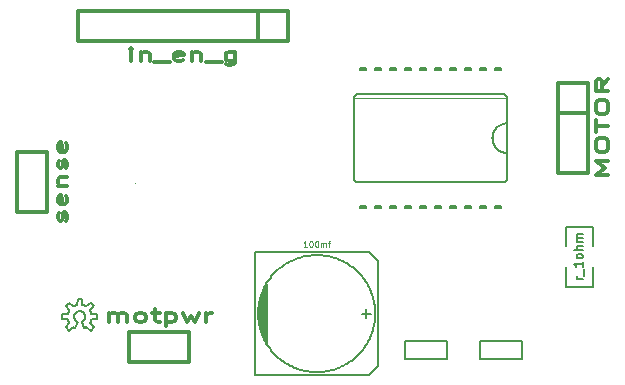
<source format=gto>
G04 ( created by brdgerber.py ( brdgerber.py v0.1 2014-03-12 ) ) date 2021-03-15 07:30:49 EDT*
G04 Gerber Fmt 3.4, Leading zero omitted, Abs format*
%MOIN*%
%FSLAX34Y34*%
G01*
G70*
G90*
G04 APERTURE LIST*
%ADD26C,0.0400*%
%ADD28C,0.0047*%
%ADD17R,0.0629X0.0709*%
%ADD24C,0.0100*%
%ADD22R,0.0709X0.0629*%
%ADD21C,0.0000*%
%ADD14R,0.0550X0.0550*%
%ADD30R,0.0800X0.0600*%
%ADD18R,0.0472X0.0275*%
%ADD25C,0.0059*%
%ADD29C,0.0472*%
%ADD11C,0.0050*%
%ADD23C,0.0200*%
%ADD12C,0.0060*%
%ADD10R,0.0260X0.0800*%
%ADD20C,0.1500*%
%ADD16C,0.0120*%
%ADD15C,0.0550*%
%ADD13C,0.0020*%
%ADD27R,0.1575X0.0945*%
%ADD19C,0.0012*%
G04 APERTURE END LIST*
G54D26*
D12*
G01X05690Y18130D02*
G01X10510Y18130D01*
D12*
G01X05690Y21070D02*
G01X05686Y21070D01*
G01X05683Y21070D01*
G01X05679Y21070D01*
G01X05675Y21069D01*
G01X05672Y21069D01*
G01X05668Y21068D01*
G01X05664Y21068D01*
G01X05661Y21067D01*
G01X05657Y21066D01*
G01X05654Y21066D01*
G01X05650Y21065D01*
G01X05646Y21064D01*
G01X05643Y21062D01*
G01X05639Y21061D01*
G01X05636Y21060D01*
G01X05633Y21059D01*
G01X05629Y21057D01*
G01X05626Y21056D01*
G01X05623Y21054D01*
G01X05619Y21052D01*
G01X05616Y21051D01*
G01X05613Y21049D01*
G01X05610Y21047D01*
G01X05607Y21045D01*
G01X05604Y21043D01*
G01X05601Y21040D01*
G01X05598Y21038D01*
G01X05595Y21036D01*
G01X05592Y21034D01*
G01X05589Y21031D01*
G01X05587Y21029D01*
G01X05584Y21026D01*
G01X05581Y21023D01*
G01X05579Y21021D01*
G01X05576Y21018D01*
G01X05574Y21015D01*
G01X05572Y21012D01*
G01X05570Y21009D01*
G01X05567Y21006D01*
G01X05565Y21003D01*
G01X05563Y21000D01*
G01X05561Y20997D01*
G01X05559Y20994D01*
G01X05558Y20991D01*
G01X05556Y20987D01*
G01X05554Y20984D01*
G01X05553Y20981D01*
G01X05551Y20977D01*
G01X05550Y20974D01*
G01X05549Y20971D01*
G01X05548Y20967D01*
G01X05546Y20964D01*
G01X05545Y20960D01*
G01X05544Y20956D01*
G01X05544Y20953D01*
G01X05543Y20949D01*
G01X05542Y20946D01*
G01X05542Y20942D01*
G01X05541Y20938D01*
G01X05541Y20935D01*
G01X05540Y20931D01*
G01X05540Y20927D01*
G01X05540Y20924D01*
G01X05540Y20920D01*
D12*
G01X10660Y18280D02*
G01X10660Y18276D01*
G01X10660Y18273D01*
G01X10660Y18269D01*
G01X10659Y18265D01*
G01X10659Y18262D01*
G01X10658Y18258D01*
G01X10658Y18254D01*
G01X10657Y18251D01*
G01X10656Y18247D01*
G01X10656Y18244D01*
G01X10655Y18240D01*
G01X10654Y18236D01*
G01X10652Y18233D01*
G01X10651Y18229D01*
G01X10650Y18226D01*
G01X10649Y18223D01*
G01X10647Y18219D01*
G01X10646Y18216D01*
G01X10644Y18213D01*
G01X10642Y18209D01*
G01X10641Y18206D01*
G01X10639Y18203D01*
G01X10637Y18200D01*
G01X10635Y18197D01*
G01X10633Y18194D01*
G01X10630Y18191D01*
G01X10628Y18188D01*
G01X10626Y18185D01*
G01X10624Y18182D01*
G01X10621Y18179D01*
G01X10619Y18177D01*
G01X10616Y18174D01*
G01X10613Y18171D01*
G01X10611Y18169D01*
G01X10608Y18166D01*
G01X10605Y18164D01*
G01X10602Y18162D01*
G01X10599Y18160D01*
G01X10596Y18157D01*
G01X10593Y18155D01*
G01X10590Y18153D01*
G01X10587Y18151D01*
G01X10584Y18149D01*
G01X10581Y18148D01*
G01X10577Y18146D01*
G01X10574Y18144D01*
G01X10571Y18143D01*
G01X10567Y18141D01*
G01X10564Y18140D01*
G01X10561Y18139D01*
G01X10557Y18138D01*
G01X10554Y18136D01*
G01X10550Y18135D01*
G01X10546Y18134D01*
G01X10543Y18134D01*
G01X10539Y18133D01*
G01X10536Y18132D01*
G01X10532Y18132D01*
G01X10528Y18131D01*
G01X10525Y18131D01*
G01X10521Y18130D01*
G01X10517Y18130D01*
G01X10514Y18130D01*
G01X10510Y18130D01*
D12*
G01X05690Y18130D02*
G01X05686Y18130D01*
G01X05683Y18130D01*
G01X05679Y18130D01*
G01X05675Y18131D01*
G01X05672Y18131D01*
G01X05668Y18132D01*
G01X05664Y18132D01*
G01X05661Y18133D01*
G01X05657Y18134D01*
G01X05654Y18134D01*
G01X05650Y18135D01*
G01X05646Y18136D01*
G01X05643Y18138D01*
G01X05639Y18139D01*
G01X05636Y18140D01*
G01X05633Y18141D01*
G01X05629Y18143D01*
G01X05626Y18144D01*
G01X05623Y18146D01*
G01X05619Y18148D01*
G01X05616Y18149D01*
G01X05613Y18151D01*
G01X05610Y18153D01*
G01X05607Y18155D01*
G01X05604Y18157D01*
G01X05601Y18160D01*
G01X05598Y18162D01*
G01X05595Y18164D01*
G01X05592Y18166D01*
G01X05589Y18169D01*
G01X05587Y18171D01*
G01X05584Y18174D01*
G01X05581Y18177D01*
G01X05579Y18179D01*
G01X05576Y18182D01*
G01X05574Y18185D01*
G01X05572Y18188D01*
G01X05570Y18191D01*
G01X05567Y18194D01*
G01X05565Y18197D01*
G01X05563Y18200D01*
G01X05561Y18203D01*
G01X05559Y18206D01*
G01X05558Y18209D01*
G01X05556Y18213D01*
G01X05554Y18216D01*
G01X05553Y18219D01*
G01X05551Y18223D01*
G01X05550Y18226D01*
G01X05549Y18229D01*
G01X05548Y18233D01*
G01X05546Y18236D01*
G01X05545Y18240D01*
G01X05544Y18244D01*
G01X05544Y18247D01*
G01X05543Y18251D01*
G01X05542Y18254D01*
G01X05542Y18258D01*
G01X05541Y18262D01*
G01X05541Y18265D01*
G01X05540Y18269D01*
G01X05540Y18273D01*
G01X05540Y18276D01*
G01X05540Y18280D01*
D12*
G01X10660Y20920D02*
G01X10660Y20924D01*
G01X10660Y20927D01*
G01X10660Y20931D01*
G01X10659Y20935D01*
G01X10659Y20938D01*
G01X10658Y20942D01*
G01X10658Y20946D01*
G01X10657Y20949D01*
G01X10656Y20953D01*
G01X10656Y20956D01*
G01X10655Y20960D01*
G01X10654Y20964D01*
G01X10652Y20967D01*
G01X10651Y20971D01*
G01X10650Y20974D01*
G01X10649Y20977D01*
G01X10647Y20981D01*
G01X10646Y20984D01*
G01X10644Y20987D01*
G01X10642Y20991D01*
G01X10641Y20994D01*
G01X10639Y20997D01*
G01X10637Y21000D01*
G01X10635Y21003D01*
G01X10633Y21006D01*
G01X10630Y21009D01*
G01X10628Y21012D01*
G01X10626Y21015D01*
G01X10624Y21018D01*
G01X10621Y21021D01*
G01X10619Y21023D01*
G01X10616Y21026D01*
G01X10613Y21029D01*
G01X10611Y21031D01*
G01X10608Y21034D01*
G01X10605Y21036D01*
G01X10602Y21038D01*
G01X10599Y21040D01*
G01X10596Y21043D01*
G01X10593Y21045D01*
G01X10590Y21047D01*
G01X10587Y21049D01*
G01X10584Y21051D01*
G01X10581Y21052D01*
G01X10577Y21054D01*
G01X10574Y21056D01*
G01X10571Y21057D01*
G01X10567Y21059D01*
G01X10564Y21060D01*
G01X10561Y21061D01*
G01X10557Y21062D01*
G01X10554Y21064D01*
G01X10550Y21065D01*
G01X10546Y21066D01*
G01X10543Y21066D01*
G01X10539Y21067D01*
G01X10536Y21068D01*
G01X10532Y21068D01*
G01X10528Y21069D01*
G01X10525Y21069D01*
G01X10521Y21070D01*
G01X10517Y21070D01*
G01X10514Y21070D01*
G01X10510Y21070D01*
D12*
G01X10510Y21070D02*
G01X05690Y21070D01*
D12*
G01X05540Y20920D02*
G01X05540Y18280D01*
D12*
G01X10660Y18280D02*
G01X10660Y19100D01*
D12*
G01X10660Y19100D02*
G01X10660Y20100D01*
D12*
G01X10660Y20100D02*
G01X10660Y20920D01*
D13*
G01X10650Y20930D02*
G01X05550Y20930D01*
D12*
G01X10660Y19100D02*
G01X10635Y19101D01*
G01X10611Y19102D01*
G01X10587Y19105D01*
G01X10562Y19110D01*
G01X10539Y19115D01*
G01X10515Y19122D01*
G01X10492Y19129D01*
G01X10469Y19138D01*
G01X10446Y19148D01*
G01X10424Y19159D01*
G01X10403Y19171D01*
G01X10382Y19184D01*
G01X10362Y19198D01*
G01X10343Y19213D01*
G01X10324Y19230D01*
G01X10306Y19246D01*
G01X10290Y19264D01*
G01X10273Y19283D01*
G01X10258Y19302D01*
G01X10244Y19322D01*
G01X10231Y19343D01*
G01X10219Y19364D01*
G01X10208Y19386D01*
G01X10198Y19409D01*
G01X10189Y19432D01*
G01X10182Y19455D01*
G01X10175Y19479D01*
G01X10170Y19502D01*
G01X10165Y19527D01*
G01X10162Y19551D01*
G01X10161Y19575D01*
G01X10160Y19600D01*
G01X10161Y19625D01*
G01X10162Y19649D01*
G01X10165Y19673D01*
G01X10170Y19698D01*
G01X10175Y19721D01*
G01X10182Y19745D01*
G01X10189Y19768D01*
G01X10198Y19791D01*
G01X10208Y19814D01*
G01X10219Y19836D01*
G01X10231Y19857D01*
G01X10244Y19878D01*
G01X10258Y19898D01*
G01X10273Y19917D01*
G01X10290Y19936D01*
G01X10306Y19954D01*
G01X10324Y19970D01*
G01X10343Y19987D01*
G01X10362Y20002D01*
G01X10382Y20016D01*
G01X10403Y20029D01*
G01X10424Y20041D01*
G01X10446Y20052D01*
G01X10469Y20062D01*
G01X10492Y20071D01*
G01X10515Y20078D01*
G01X10539Y20085D01*
G01X10562Y20090D01*
G01X10587Y20095D01*
G01X10611Y20098D01*
G01X10635Y20099D01*
G01X10660Y20100D01*
D11*
G01X10450Y21920D02*
G01X10250Y21920D01*
D11*
G01X10250Y21920D02*
G01X10250Y21870D01*
D11*
G01X10250Y21870D02*
G01X10450Y21870D01*
D11*
G01X10450Y21870D02*
G01X10450Y21920D01*
D11*
G01X09950Y21920D02*
G01X09750Y21920D01*
D11*
G01X09750Y21920D02*
G01X09750Y21870D01*
D11*
G01X09750Y21870D02*
G01X09950Y21870D01*
D11*
G01X09950Y21870D02*
G01X09950Y21920D01*
D11*
G01X09450Y21920D02*
G01X09250Y21920D01*
D11*
G01X09250Y21920D02*
G01X09250Y21870D01*
D11*
G01X09250Y21870D02*
G01X09450Y21870D01*
D11*
G01X09450Y21870D02*
G01X09450Y21920D01*
D11*
G01X08950Y21920D02*
G01X08750Y21920D01*
D11*
G01X08750Y21920D02*
G01X08750Y21870D01*
D11*
G01X08750Y21870D02*
G01X08950Y21870D01*
D11*
G01X08950Y21870D02*
G01X08950Y21920D01*
D11*
G01X08450Y21920D02*
G01X08250Y21920D01*
D11*
G01X08250Y21920D02*
G01X08250Y21870D01*
D11*
G01X08250Y21870D02*
G01X08450Y21870D01*
D11*
G01X08450Y21870D02*
G01X08450Y21920D01*
D11*
G01X07950Y21920D02*
G01X07750Y21920D01*
D11*
G01X07750Y21920D02*
G01X07750Y21870D01*
D11*
G01X07750Y21870D02*
G01X07950Y21870D01*
D11*
G01X07950Y21870D02*
G01X07950Y21920D01*
D11*
G01X07450Y21920D02*
G01X07250Y21920D01*
D11*
G01X07250Y21920D02*
G01X07250Y21870D01*
D11*
G01X07250Y21870D02*
G01X07450Y21870D01*
D11*
G01X07450Y21870D02*
G01X07450Y21920D01*
D11*
G01X06950Y21920D02*
G01X06750Y21920D01*
D11*
G01X06750Y21920D02*
G01X06750Y21870D01*
D11*
G01X06750Y21870D02*
G01X06950Y21870D01*
D11*
G01X06950Y21870D02*
G01X06950Y21920D01*
D11*
G01X10450Y17330D02*
G01X10250Y17330D01*
D11*
G01X10250Y17330D02*
G01X10250Y17280D01*
D11*
G01X10250Y17280D02*
G01X10450Y17280D01*
D11*
G01X10450Y17280D02*
G01X10450Y17330D01*
D11*
G01X09950Y17330D02*
G01X09750Y17330D01*
D11*
G01X09750Y17330D02*
G01X09750Y17280D01*
D11*
G01X09750Y17280D02*
G01X09950Y17280D01*
D11*
G01X09950Y17280D02*
G01X09950Y17330D01*
D11*
G01X09450Y17330D02*
G01X09250Y17330D01*
D11*
G01X09250Y17330D02*
G01X09250Y17280D01*
D11*
G01X09250Y17280D02*
G01X09450Y17280D01*
D11*
G01X09450Y17280D02*
G01X09450Y17330D01*
D11*
G01X08950Y17330D02*
G01X08750Y17330D01*
D11*
G01X08750Y17330D02*
G01X08750Y17280D01*
D11*
G01X08750Y17280D02*
G01X08950Y17280D01*
D11*
G01X08950Y17280D02*
G01X08950Y17330D01*
D11*
G01X08450Y17330D02*
G01X08250Y17330D01*
D11*
G01X08250Y17330D02*
G01X08250Y17280D01*
D11*
G01X08250Y17280D02*
G01X08450Y17280D01*
D11*
G01X08450Y17280D02*
G01X08450Y17330D01*
D11*
G01X07950Y17330D02*
G01X07750Y17330D01*
D11*
G01X07750Y17330D02*
G01X07750Y17280D01*
D11*
G01X07750Y17280D02*
G01X07950Y17280D01*
D11*
G01X07950Y17280D02*
G01X07950Y17330D01*
D11*
G01X07450Y17330D02*
G01X07250Y17330D01*
D11*
G01X07250Y17330D02*
G01X07250Y17280D01*
D11*
G01X07250Y17280D02*
G01X07450Y17280D01*
D11*
G01X07450Y17280D02*
G01X07450Y17330D01*
D11*
G01X06950Y17330D02*
G01X06750Y17330D01*
D11*
G01X06750Y17330D02*
G01X06750Y17280D01*
D11*
G01X06750Y17280D02*
G01X06950Y17280D01*
D11*
G01X06950Y17280D02*
G01X06950Y17330D01*
D11*
G01X06450Y17330D02*
G01X06250Y17330D01*
D11*
G01X06250Y17330D02*
G01X06250Y17280D01*
D11*
G01X06250Y17280D02*
G01X06450Y17280D01*
D11*
G01X06450Y17280D02*
G01X06450Y17330D01*
D11*
G01X05950Y17330D02*
G01X05750Y17330D01*
D11*
G01X05750Y17330D02*
G01X05750Y17280D01*
D11*
G01X05750Y17280D02*
G01X05950Y17280D01*
D11*
G01X05950Y17280D02*
G01X05950Y17330D01*
D11*
G01X06450Y21920D02*
G01X06250Y21920D01*
D11*
G01X06250Y21920D02*
G01X06250Y21870D01*
D11*
G01X06250Y21870D02*
G01X06450Y21870D01*
D11*
G01X06450Y21870D02*
G01X06450Y21920D01*
D11*
G01X05950Y21920D02*
G01X05750Y21920D01*
D11*
G01X05750Y21920D02*
G01X05750Y21870D01*
D11*
G01X05750Y21870D02*
G01X05950Y21870D01*
D11*
G01X05950Y21870D02*
G01X05950Y21920D01*
D16*
G01X03350Y22850D02*
G01X03350Y22850D01*
D16*
G01X03350Y22850D02*
G01X-03650Y22850D01*
D16*
G01X-03650Y22850D02*
G01X-03650Y23850D01*
D16*
G01X-03650Y23850D02*
G01X03350Y23850D01*
D16*
G01X03350Y23850D02*
G01X03350Y22850D01*
D16*
G01X02350Y23850D02*
G01X02350Y23850D01*
D16*
G01X02350Y23850D02*
G01X02350Y22850D01*
D16*
G01X-01885Y22177D02*
G01X-01885Y22462D01*
D16*
G01X-01885Y22605D02*
G01X-01917Y22584D01*
G01X-01885Y22564D01*
G01X-01852Y22584D01*
G01X-01885Y22605D01*
G01X-01885Y22564D01*
D16*
G01X-01561Y22462D02*
G01X-01561Y22177D01*
D16*
G01X-01561Y22421D02*
G01X-01528Y22442D01*
G01X-01463Y22462D01*
G01X-01366Y22462D01*
G01X-01301Y22442D01*
G01X-01269Y22401D01*
G01X-01269Y22177D01*
D16*
G01X-01107Y22136D02*
G01X-00588Y22136D01*
D16*
G01X-00166Y22197D02*
G01X-00231Y22177D01*
G01X-00361Y22177D01*
G01X-00426Y22197D01*
G01X-00458Y22238D01*
G01X-00458Y22401D01*
G01X-00426Y22442D01*
G01X-00361Y22462D01*
G01X-00231Y22462D01*
G01X-00166Y22442D01*
G01X-00134Y22401D01*
G01X-00134Y22360D01*
G01X-00458Y22319D01*
D16*
G01X00158Y22462D02*
G01X00158Y22177D01*
D16*
G01X00158Y22421D02*
G01X00191Y22442D01*
G01X00255Y22462D01*
G01X00353Y22462D01*
G01X00418Y22442D01*
G01X00450Y22401D01*
G01X00450Y22177D01*
D16*
G01X00612Y22136D02*
G01X01131Y22136D01*
D16*
G01X01585Y22462D02*
G01X01585Y22116D01*
G01X01552Y22075D01*
G01X01520Y22054D01*
G01X01455Y22034D01*
G01X01358Y22034D01*
G01X01293Y22054D01*
D16*
G01X01585Y22197D02*
G01X01520Y22177D01*
G01X01390Y22177D01*
G01X01326Y22197D01*
G01X01293Y22218D01*
G01X01261Y22258D01*
G01X01261Y22381D01*
G01X01293Y22421D01*
G01X01326Y22442D01*
G01X01390Y22462D01*
G01X01520Y22462D01*
G01X01585Y22442D01*
D11*
G01X11150Y12250D02*
G01X09750Y12250D01*
D11*
G01X09750Y12250D02*
G01X09750Y12850D01*
D11*
G01X09750Y12850D02*
G01X11150Y12850D01*
D11*
G01X11150Y12850D02*
G01X11150Y12250D01*
D21*
G01X-01750Y18100D02*
G01X-01750Y18100D01*
G01X-01750Y18100D01*
G01X-01750Y18100D01*
G01X-01750Y18100D01*
G01X-01750Y18100D01*
G01X-01750Y18100D01*
G01X-01750Y18100D01*
G01X-01750Y18100D01*
G01X-01750Y18100D01*
G01X-01750Y18100D01*
G01X-01750Y18100D01*
G01X-01750Y18100D01*
G01X-01750Y18100D01*
G01X-01750Y18100D01*
G01X-01750Y18100D01*
D21*
G01X-01750Y18100D02*
G01X-01750Y18100D01*
G01X-01750Y18100D01*
G01X-01750Y18100D01*
G01X-01750Y18100D01*
G01X-01750Y18100D01*
G01X-01750Y18100D01*
G01X-01750Y18100D01*
G01X-01750Y18100D01*
G01X-01750Y18100D01*
G01X-01750Y18100D01*
G01X-01750Y18100D01*
D21*
G01X-01750Y18100D02*
G01X-01750Y18100D01*
D21*
G01X-01750Y18100D02*
G01X-01750Y18100D01*
G01X-01750Y18100D01*
G01X-01750Y18100D01*
G01X-01750Y18100D01*
D21*
G01X-01750Y18100D02*
G01X-01750Y18100D01*
G01X-01750Y18100D01*
G01X-01750Y18100D01*
G01X-01750Y18100D01*
G01X-01750Y18100D01*
G01X-01750Y18100D01*
G01X-01750Y18100D01*
G01X-01750Y18100D01*
G01X-01750Y18100D01*
G01X-01750Y18100D01*
G01X-01750Y18100D01*
G01X-01750Y18100D01*
D21*
G01X-01750Y18100D02*
G01X-01750Y18100D01*
G01X-01750Y18100D01*
G01X-01750Y18100D01*
G01X-01750Y18100D01*
D16*
G01X-01950Y12150D02*
G01X-01950Y13150D01*
D16*
G01X-01950Y13150D02*
G01X00050Y13150D01*
D16*
G01X00050Y13150D02*
G01X00050Y12150D01*
D16*
G01X00050Y12150D02*
G01X-01950Y12150D01*
D16*
G01X-02620Y13477D02*
G01X-02620Y13762D01*
D16*
G01X-02620Y13721D02*
G01X-02588Y13742D01*
G01X-02523Y13762D01*
G01X-02425Y13762D01*
G01X-02361Y13742D01*
G01X-02328Y13701D01*
G01X-02328Y13477D01*
D16*
G01X-02328Y13701D02*
G01X-02296Y13742D01*
G01X-02231Y13762D01*
G01X-02134Y13762D01*
G01X-02069Y13742D01*
G01X-02036Y13701D01*
G01X-02036Y13477D01*
D16*
G01X-01615Y13477D02*
G01X-01680Y13497D01*
G01X-01712Y13518D01*
G01X-01744Y13558D01*
G01X-01744Y13681D01*
G01X-01712Y13721D01*
G01X-01680Y13742D01*
G01X-01615Y13762D01*
G01X-01517Y13762D01*
G01X-01453Y13742D01*
G01X-01420Y13721D01*
G01X-01388Y13681D01*
G01X-01388Y13558D01*
G01X-01420Y13518D01*
G01X-01453Y13497D01*
G01X-01517Y13477D01*
G01X-01615Y13477D01*
D16*
G01X-01193Y13762D02*
G01X-00934Y13762D01*
D16*
G01X-01096Y13905D02*
G01X-01096Y13538D01*
G01X-01064Y13497D01*
G01X-00999Y13477D01*
G01X-00934Y13477D01*
D16*
G01X-00707Y13762D02*
G01X-00707Y13334D01*
D16*
G01X-00707Y13742D02*
G01X-00642Y13762D01*
G01X-00512Y13762D01*
G01X-00447Y13742D01*
G01X-00415Y13721D01*
G01X-00383Y13681D01*
G01X-00383Y13558D01*
G01X-00415Y13518D01*
G01X-00447Y13497D01*
G01X-00512Y13477D01*
G01X-00642Y13477D01*
G01X-00707Y13497D01*
D16*
G01X-00156Y13762D02*
G01X-00026Y13477D01*
G01X00104Y13681D01*
G01X00234Y13477D01*
G01X00363Y13762D01*
D16*
G01X00623Y13477D02*
G01X00623Y13762D01*
D16*
G01X00623Y13681D02*
G01X00655Y13721D01*
G01X00688Y13742D01*
G01X00752Y13762D01*
G01X00817Y13762D01*
D16*
G01X12350Y21450D02*
G01X13350Y21450D01*
D16*
G01X13350Y21450D02*
G01X13350Y18450D01*
D16*
G01X13350Y18450D02*
G01X12350Y18450D01*
D16*
G01X12350Y18450D02*
G01X12350Y21450D01*
D16*
G01X13350Y20450D02*
G01X12350Y20450D01*
D16*
G01X14022Y18355D02*
G01X13598Y18355D01*
G01X13900Y18590D01*
G01X13598Y18825D01*
G01X14022Y18825D01*
D16*
G01X13598Y19295D02*
G01X13598Y19430D01*
G01X13618Y19497D01*
G01X13658Y19564D01*
G01X13739Y19598D01*
G01X13880Y19598D01*
G01X13961Y19564D01*
G01X14001Y19497D01*
G01X14022Y19430D01*
G01X14022Y19295D01*
G01X14001Y19228D01*
G01X13961Y19161D01*
G01X13880Y19127D01*
G01X13739Y19127D01*
G01X13658Y19161D01*
G01X13618Y19228D01*
G01X13598Y19295D01*
D16*
G01X13598Y19799D02*
G01X13598Y20202D01*
D16*
G01X14022Y20000D02*
G01X13598Y20000D01*
D16*
G01X13598Y20571D02*
G01X13598Y20705D01*
G01X13618Y20772D01*
G01X13658Y20840D01*
G01X13739Y20873D01*
G01X13880Y20873D01*
G01X13961Y20840D01*
G01X14001Y20772D01*
G01X14022Y20705D01*
G01X14022Y20571D01*
G01X14001Y20504D01*
G01X13961Y20437D01*
G01X13880Y20403D01*
G01X13739Y20403D01*
G01X13658Y20437D01*
G01X13618Y20504D01*
G01X13598Y20571D01*
D16*
G01X14022Y21578D02*
G01X13820Y21343D01*
D16*
G01X14022Y21175D02*
G01X13598Y21175D01*
G01X13598Y21444D01*
G01X13618Y21511D01*
G01X13638Y21545D01*
G01X13678Y21578D01*
G01X13739Y21578D01*
G01X13779Y21545D01*
G01X13800Y21511D01*
G01X13820Y21444D01*
G01X13820Y21175D01*
D11*
G01X08650Y12250D02*
G01X07250Y12250D01*
D11*
G01X07250Y12250D02*
G01X07250Y12850D01*
D11*
G01X07250Y12850D02*
G01X08650Y12850D01*
D11*
G01X08650Y12850D02*
G01X08650Y12250D01*
D25*
G01X-03445Y13275D02*
G01X-03444Y13275D01*
G01X-03443Y13276D01*
G01X-03442Y13276D01*
G01X-03441Y13277D01*
G01X-03440Y13277D01*
G01X-03439Y13277D01*
G01X-03438Y13278D01*
G01X-03437Y13278D01*
G01X-03436Y13279D01*
G01X-03435Y13279D01*
G01X-03434Y13280D01*
G01X-03434Y13280D01*
G01X-03433Y13280D01*
G01X-03432Y13281D01*
G01X-03431Y13281D01*
G01X-03430Y13282D01*
G01X-03429Y13282D01*
G01X-03428Y13283D01*
G01X-03427Y13283D01*
G01X-03426Y13283D01*
G01X-03425Y13284D01*
G01X-03424Y13284D01*
G01X-03423Y13285D01*
G01X-03422Y13285D01*
G01X-03421Y13286D01*
G01X-03420Y13286D01*
G01X-03419Y13287D01*
G01X-03419Y13287D01*
G01X-03418Y13288D01*
G01X-03417Y13288D01*
G01X-03416Y13288D01*
G01X-03415Y13289D01*
G01X-03414Y13289D01*
G01X-03413Y13290D01*
G01X-03412Y13290D01*
G01X-03411Y13291D01*
G01X-03410Y13291D01*
G01X-03409Y13292D01*
G01X-03408Y13292D01*
G01X-03407Y13293D01*
G01X-03407Y13293D01*
G01X-03406Y13294D01*
G01X-03405Y13294D01*
G01X-03404Y13295D01*
G01X-03403Y13295D01*
G01X-03402Y13296D01*
G01X-03401Y13296D01*
G01X-03400Y13297D01*
G01X-03399Y13297D01*
G01X-03398Y13298D01*
G01X-03397Y13298D01*
G01X-03397Y13299D01*
G01X-03396Y13299D01*
G01X-03395Y13300D01*
G01X-03394Y13301D01*
G01X-03393Y13301D01*
G01X-03392Y13302D01*
G01X-03391Y13302D01*
G01X-03390Y13303D01*
G01X-03389Y13303D01*
G01X-03388Y13304D01*
G01X-03388Y13304D01*
G01X-03387Y13305D01*
G01X-03386Y13305D01*
D25*
G01X-03385Y13306D02*
G01X-03237Y13185D01*
D25*
G01X-03237Y13185D02*
G01X-03135Y13287D01*
D25*
G01X-03135Y13287D02*
G01X-03256Y13435D01*
D25*
G01X-03256Y13435D02*
G01X-03255Y13437D01*
G01X-03254Y13439D01*
G01X-03253Y13440D01*
G01X-03252Y13442D01*
G01X-03251Y13444D01*
G01X-03249Y13446D01*
G01X-03248Y13448D01*
G01X-03247Y13449D01*
G01X-03246Y13451D01*
G01X-03245Y13453D01*
G01X-03244Y13455D01*
G01X-03243Y13457D01*
G01X-03242Y13459D01*
G01X-03241Y13460D01*
G01X-03240Y13462D01*
G01X-03239Y13464D01*
G01X-03238Y13466D01*
G01X-03237Y13468D01*
G01X-03237Y13470D01*
G01X-03236Y13472D01*
G01X-03235Y13474D01*
G01X-03234Y13476D01*
G01X-03233Y13477D01*
G01X-03232Y13479D01*
G01X-03231Y13481D01*
G01X-03230Y13483D01*
G01X-03229Y13485D01*
G01X-03229Y13487D01*
G01X-03228Y13489D01*
G01X-03227Y13491D01*
G01X-03226Y13493D01*
G01X-03225Y13495D01*
G01X-03224Y13497D01*
G01X-03224Y13499D01*
G01X-03223Y13501D01*
G01X-03222Y13503D01*
G01X-03221Y13504D01*
G01X-03221Y13506D01*
G01X-03220Y13508D01*
G01X-03219Y13510D01*
G01X-03218Y13512D01*
G01X-03218Y13514D01*
G01X-03217Y13516D01*
G01X-03216Y13518D01*
G01X-03216Y13520D01*
G01X-03215Y13522D01*
G01X-03214Y13524D01*
G01X-03214Y13526D01*
G01X-03213Y13528D01*
G01X-03212Y13530D01*
G01X-03212Y13532D01*
G01X-03211Y13534D01*
G01X-03211Y13536D01*
G01X-03210Y13538D01*
G01X-03209Y13540D01*
G01X-03209Y13542D01*
G01X-03208Y13544D01*
G01X-03208Y13546D01*
G01X-03207Y13549D01*
G01X-03207Y13551D01*
G01X-03206Y13553D01*
G01X-03206Y13555D01*
G01X-03205Y13557D01*
G01X-03205Y13559D01*
D25*
G01X-03205Y13559D02*
G01X-03014Y13579D01*
D25*
G01X-03014Y13579D02*
G01X-03014Y13721D01*
D25*
G01X-03014Y13721D02*
G01X-03205Y13741D01*
D25*
G01X-03205Y13741D02*
G01X-03205Y13743D01*
G01X-03206Y13745D01*
G01X-03206Y13747D01*
G01X-03207Y13749D01*
G01X-03207Y13751D01*
G01X-03208Y13753D01*
G01X-03209Y13755D01*
G01X-03209Y13757D01*
G01X-03210Y13759D01*
G01X-03210Y13761D01*
G01X-03211Y13763D01*
G01X-03211Y13765D01*
G01X-03212Y13767D01*
G01X-03213Y13769D01*
G01X-03213Y13771D01*
G01X-03214Y13773D01*
G01X-03215Y13775D01*
G01X-03215Y13777D01*
G01X-03216Y13779D01*
G01X-03217Y13781D01*
G01X-03217Y13783D01*
G01X-03218Y13785D01*
G01X-03219Y13787D01*
G01X-03219Y13789D01*
G01X-03220Y13791D01*
G01X-03221Y13793D01*
G01X-03222Y13795D01*
G01X-03222Y13797D01*
G01X-03223Y13799D01*
G01X-03224Y13801D01*
G01X-03225Y13803D01*
G01X-03225Y13805D01*
G01X-03226Y13807D01*
G01X-03227Y13809D01*
G01X-03228Y13811D01*
G01X-03229Y13813D01*
G01X-03230Y13815D01*
G01X-03230Y13817D01*
G01X-03231Y13818D01*
G01X-03232Y13820D01*
G01X-03233Y13822D01*
G01X-03234Y13824D01*
G01X-03235Y13826D01*
G01X-03236Y13828D01*
G01X-03237Y13830D01*
G01X-03238Y13832D01*
G01X-03239Y13834D01*
G01X-03240Y13835D01*
G01X-03241Y13837D01*
G01X-03241Y13839D01*
G01X-03242Y13841D01*
G01X-03243Y13843D01*
G01X-03244Y13845D01*
G01X-03245Y13847D01*
G01X-03247Y13848D01*
G01X-03248Y13850D01*
G01X-03249Y13852D01*
G01X-03250Y13854D01*
G01X-03251Y13856D01*
G01X-03252Y13857D01*
G01X-03253Y13859D01*
G01X-03254Y13861D01*
G01X-03255Y13863D01*
G01X-03256Y13865D01*
D25*
G01X-03256Y13865D02*
G01X-03135Y14013D01*
D25*
G01X-03135Y14013D02*
G01X-03237Y14115D01*
D25*
G01X-03237Y14115D02*
G01X-03385Y13994D01*
D25*
G01X-03385Y13994D02*
G01X-03387Y13995D01*
G01X-03389Y13996D01*
G01X-03390Y13997D01*
G01X-03392Y13998D01*
G01X-03394Y13999D01*
G01X-03396Y14001D01*
G01X-03398Y14002D01*
G01X-03399Y14003D01*
G01X-03401Y14004D01*
G01X-03403Y14005D01*
G01X-03405Y14006D01*
G01X-03407Y14007D01*
G01X-03409Y14008D01*
G01X-03410Y14009D01*
G01X-03412Y14010D01*
G01X-03414Y14011D01*
G01X-03416Y14012D01*
G01X-03418Y14013D01*
G01X-03420Y14013D01*
G01X-03422Y14014D01*
G01X-03424Y14015D01*
G01X-03426Y14016D01*
G01X-03427Y14017D01*
G01X-03429Y14018D01*
G01X-03431Y14019D01*
G01X-03433Y14020D01*
G01X-03435Y14021D01*
G01X-03437Y14021D01*
G01X-03439Y14022D01*
G01X-03441Y14023D01*
G01X-03443Y14024D01*
G01X-03445Y14025D01*
G01X-03447Y14026D01*
G01X-03449Y14026D01*
G01X-03451Y14027D01*
G01X-03453Y14028D01*
G01X-03454Y14029D01*
G01X-03456Y14029D01*
G01X-03458Y14030D01*
G01X-03460Y14031D01*
G01X-03462Y14032D01*
G01X-03464Y14032D01*
G01X-03466Y14033D01*
G01X-03468Y14034D01*
G01X-03470Y14034D01*
G01X-03472Y14035D01*
G01X-03474Y14036D01*
G01X-03476Y14036D01*
G01X-03478Y14037D01*
G01X-03480Y14038D01*
G01X-03482Y14038D01*
G01X-03484Y14039D01*
G01X-03486Y14039D01*
G01X-03488Y14040D01*
G01X-03490Y14041D01*
G01X-03492Y14041D01*
G01X-03494Y14042D01*
G01X-03496Y14042D01*
G01X-03499Y14043D01*
G01X-03501Y14043D01*
G01X-03503Y14044D01*
G01X-03505Y14044D01*
G01X-03507Y14045D01*
G01X-03509Y14045D01*
D25*
G01X-03509Y14045D02*
G01X-03529Y14236D01*
D25*
G01X-03529Y14236D02*
G01X-03671Y14236D01*
D25*
G01X-03671Y14236D02*
G01X-03691Y14045D01*
D25*
G01X-03691Y14045D02*
G01X-03693Y14045D01*
G01X-03695Y14044D01*
G01X-03697Y14044D01*
G01X-03699Y14043D01*
G01X-03701Y14043D01*
G01X-03703Y14042D01*
G01X-03705Y14041D01*
G01X-03707Y14041D01*
G01X-03709Y14040D01*
G01X-03711Y14040D01*
G01X-03713Y14039D01*
G01X-03715Y14039D01*
G01X-03717Y14038D01*
G01X-03719Y14037D01*
G01X-03721Y14037D01*
G01X-03723Y14036D01*
G01X-03725Y14035D01*
G01X-03727Y14035D01*
G01X-03729Y14034D01*
G01X-03731Y14033D01*
G01X-03733Y14033D01*
G01X-03735Y14032D01*
G01X-03737Y14031D01*
G01X-03739Y14031D01*
G01X-03741Y14030D01*
G01X-03743Y14029D01*
G01X-03745Y14028D01*
G01X-03747Y14028D01*
G01X-03749Y14027D01*
G01X-03751Y14026D01*
G01X-03753Y14025D01*
G01X-03755Y14025D01*
G01X-03757Y14024D01*
G01X-03759Y14023D01*
G01X-03761Y14022D01*
G01X-03763Y14021D01*
G01X-03765Y14020D01*
G01X-03767Y14020D01*
G01X-03768Y14019D01*
G01X-03770Y14018D01*
G01X-03772Y14017D01*
G01X-03774Y14016D01*
G01X-03776Y14015D01*
G01X-03778Y14014D01*
G01X-03780Y14013D01*
G01X-03782Y14012D01*
G01X-03784Y14011D01*
G01X-03785Y14010D01*
G01X-03787Y14009D01*
G01X-03789Y14009D01*
G01X-03791Y14008D01*
G01X-03793Y14007D01*
G01X-03795Y14006D01*
G01X-03797Y14005D01*
G01X-03798Y14003D01*
G01X-03800Y14002D01*
G01X-03802Y14001D01*
G01X-03804Y14000D01*
G01X-03806Y13999D01*
G01X-03807Y13998D01*
G01X-03809Y13997D01*
G01X-03811Y13996D01*
G01X-03813Y13995D01*
G01X-03815Y13994D01*
D25*
G01X-03815Y13994D02*
G01X-03963Y14115D01*
D25*
G01X-03963Y14115D02*
G01X-04065Y14013D01*
D25*
G01X-04065Y14013D02*
G01X-03944Y13865D01*
D25*
G01X-03944Y13865D02*
G01X-03945Y13863D01*
G01X-03946Y13861D01*
G01X-03947Y13860D01*
G01X-03948Y13858D01*
G01X-03949Y13856D01*
G01X-03951Y13854D01*
G01X-03952Y13852D01*
G01X-03953Y13851D01*
G01X-03954Y13849D01*
G01X-03955Y13847D01*
G01X-03956Y13845D01*
G01X-03957Y13843D01*
G01X-03958Y13841D01*
G01X-03959Y13840D01*
G01X-03960Y13838D01*
G01X-03961Y13836D01*
G01X-03962Y13834D01*
G01X-03963Y13832D01*
G01X-03963Y13830D01*
G01X-03964Y13828D01*
G01X-03965Y13826D01*
G01X-03966Y13824D01*
G01X-03967Y13823D01*
G01X-03968Y13821D01*
G01X-03969Y13819D01*
G01X-03970Y13817D01*
G01X-03971Y13815D01*
G01X-03971Y13813D01*
G01X-03972Y13811D01*
G01X-03973Y13809D01*
G01X-03974Y13807D01*
G01X-03975Y13805D01*
G01X-03976Y13803D01*
G01X-03976Y13801D01*
G01X-03977Y13799D01*
G01X-03978Y13797D01*
G01X-03979Y13796D01*
G01X-03979Y13794D01*
G01X-03980Y13792D01*
G01X-03981Y13790D01*
G01X-03982Y13788D01*
G01X-03982Y13786D01*
G01X-03983Y13784D01*
G01X-03984Y13782D01*
G01X-03984Y13780D01*
G01X-03985Y13778D01*
G01X-03986Y13776D01*
G01X-03986Y13774D01*
G01X-03987Y13772D01*
G01X-03988Y13770D01*
G01X-03988Y13768D01*
G01X-03989Y13766D01*
G01X-03989Y13764D01*
G01X-03990Y13762D01*
G01X-03991Y13760D01*
G01X-03991Y13758D01*
G01X-03992Y13756D01*
G01X-03992Y13754D01*
G01X-03993Y13751D01*
G01X-03993Y13749D01*
G01X-03994Y13747D01*
G01X-03994Y13745D01*
G01X-03995Y13743D01*
G01X-03995Y13741D01*
D25*
G01X-03995Y13741D02*
G01X-04186Y13721D01*
D25*
G01X-04186Y13721D02*
G01X-04186Y13579D01*
D25*
G01X-04186Y13579D02*
G01X-03995Y13559D01*
D25*
G01X-03995Y13559D02*
G01X-03995Y13557D01*
G01X-03994Y13555D01*
G01X-03994Y13553D01*
G01X-03993Y13551D01*
G01X-03993Y13549D01*
G01X-03992Y13547D01*
G01X-03991Y13545D01*
G01X-03991Y13543D01*
G01X-03990Y13541D01*
G01X-03990Y13539D01*
G01X-03989Y13537D01*
G01X-03989Y13535D01*
G01X-03988Y13533D01*
G01X-03987Y13531D01*
G01X-03987Y13529D01*
G01X-03986Y13527D01*
G01X-03985Y13525D01*
G01X-03985Y13523D01*
G01X-03984Y13521D01*
G01X-03983Y13519D01*
G01X-03983Y13517D01*
G01X-03982Y13515D01*
G01X-03981Y13513D01*
G01X-03981Y13511D01*
G01X-03980Y13509D01*
G01X-03979Y13507D01*
G01X-03978Y13505D01*
G01X-03978Y13503D01*
G01X-03977Y13501D01*
G01X-03976Y13499D01*
G01X-03975Y13497D01*
G01X-03975Y13495D01*
G01X-03974Y13493D01*
G01X-03973Y13491D01*
G01X-03972Y13489D01*
G01X-03971Y13487D01*
G01X-03970Y13485D01*
G01X-03970Y13483D01*
G01X-03969Y13482D01*
G01X-03968Y13480D01*
G01X-03967Y13478D01*
G01X-03966Y13476D01*
G01X-03965Y13474D01*
G01X-03964Y13472D01*
G01X-03963Y13470D01*
G01X-03962Y13468D01*
G01X-03961Y13466D01*
G01X-03960Y13465D01*
G01X-03959Y13463D01*
G01X-03959Y13461D01*
G01X-03958Y13459D01*
G01X-03957Y13457D01*
G01X-03956Y13455D01*
G01X-03955Y13453D01*
G01X-03953Y13452D01*
G01X-03952Y13450D01*
G01X-03951Y13448D01*
G01X-03950Y13446D01*
G01X-03949Y13444D01*
G01X-03948Y13443D01*
G01X-03947Y13441D01*
G01X-03946Y13439D01*
G01X-03945Y13437D01*
G01X-03944Y13435D01*
D25*
G01X-03944Y13435D02*
G01X-04065Y13287D01*
D25*
G01X-04065Y13287D02*
G01X-03963Y13185D01*
D25*
G01X-03963Y13185D02*
G01X-03815Y13306D01*
D25*
G01X-03815Y13306D02*
G01X-03814Y13305D01*
G01X-03813Y13305D01*
G01X-03812Y13304D01*
G01X-03811Y13304D01*
G01X-03811Y13303D01*
G01X-03810Y13303D01*
G01X-03809Y13302D01*
G01X-03808Y13302D01*
G01X-03807Y13301D01*
G01X-03806Y13301D01*
G01X-03805Y13300D01*
G01X-03804Y13300D01*
G01X-03803Y13299D01*
G01X-03803Y13299D01*
G01X-03802Y13298D01*
G01X-03801Y13297D01*
G01X-03800Y13297D01*
G01X-03799Y13296D01*
G01X-03798Y13296D01*
G01X-03797Y13295D01*
G01X-03796Y13295D01*
G01X-03795Y13294D01*
G01X-03794Y13294D01*
G01X-03793Y13293D01*
G01X-03793Y13293D01*
G01X-03792Y13292D01*
G01X-03791Y13292D01*
G01X-03790Y13291D01*
G01X-03789Y13291D01*
G01X-03788Y13290D01*
G01X-03787Y13290D01*
G01X-03786Y13290D01*
G01X-03785Y13289D01*
G01X-03784Y13289D01*
G01X-03783Y13288D01*
G01X-03782Y13288D01*
G01X-03781Y13287D01*
G01X-03781Y13287D01*
G01X-03780Y13286D01*
G01X-03779Y13286D01*
G01X-03778Y13285D01*
G01X-03777Y13285D01*
G01X-03776Y13284D01*
G01X-03775Y13284D01*
G01X-03774Y13284D01*
G01X-03773Y13283D01*
G01X-03772Y13283D01*
G01X-03771Y13282D01*
G01X-03770Y13282D01*
G01X-03769Y13281D01*
G01X-03768Y13281D01*
G01X-03767Y13280D01*
G01X-03766Y13280D01*
G01X-03765Y13280D01*
G01X-03765Y13279D01*
G01X-03764Y13279D01*
G01X-03763Y13278D01*
G01X-03762Y13278D01*
G01X-03761Y13278D01*
G01X-03760Y13277D01*
G01X-03759Y13277D01*
G01X-03758Y13276D01*
G01X-03757Y13276D01*
G01X-03756Y13276D01*
D25*
G01X-03755Y13275D02*
G01X-03670Y13480D01*
D25*
G01X-03670Y13480D02*
G01X-03673Y13481D01*
G01X-03676Y13483D01*
G01X-03679Y13484D01*
G01X-03682Y13486D01*
G01X-03685Y13487D01*
G01X-03688Y13489D01*
G01X-03691Y13490D01*
G01X-03694Y13492D01*
G01X-03697Y13494D01*
G01X-03700Y13496D01*
G01X-03703Y13498D01*
G01X-03706Y13499D01*
G01X-03708Y13501D01*
G01X-03711Y13503D01*
G01X-03714Y13506D01*
G01X-03716Y13508D01*
G01X-03719Y13510D01*
G01X-03721Y13512D01*
G01X-03724Y13514D01*
G01X-03726Y13517D01*
G01X-03729Y13519D01*
G01X-03731Y13521D01*
G01X-03734Y13524D01*
G01X-03736Y13526D01*
G01X-03738Y13529D01*
G01X-03740Y13531D01*
G01X-03743Y13534D01*
G01X-03745Y13537D01*
G01X-03747Y13539D01*
G01X-03749Y13542D01*
G01X-03751Y13545D01*
G01X-03753Y13548D01*
G01X-03755Y13550D01*
G01X-03756Y13553D01*
G01X-03758Y13556D01*
G01X-03760Y13559D01*
G01X-03761Y13562D01*
G01X-03763Y13565D01*
G01X-03765Y13568D01*
G01X-03766Y13571D01*
G01X-03767Y13574D01*
G01X-03769Y13577D01*
G01X-03770Y13580D01*
G01X-03771Y13583D01*
G01X-03773Y13587D01*
G01X-03774Y13590D01*
G01X-03775Y13593D01*
G01X-03776Y13596D01*
G01X-03777Y13600D01*
G01X-03778Y13603D01*
G01X-03779Y13606D01*
G01X-03779Y13609D01*
G01X-03780Y13613D01*
G01X-03781Y13616D01*
G01X-03781Y13619D01*
G01X-03782Y13623D01*
G01X-03782Y13626D01*
G01X-03783Y13629D01*
G01X-03783Y13633D01*
G01X-03783Y13636D01*
G01X-03784Y13639D01*
G01X-03784Y13643D01*
G01X-03784Y13646D01*
G01X-03784Y13650D01*
D25*
G01X-03784Y13650D02*
G01X-03784Y13662D01*
G01X-03782Y13675D01*
G01X-03780Y13687D01*
G01X-03777Y13699D01*
G01X-03774Y13711D01*
G01X-03769Y13722D01*
G01X-03764Y13734D01*
G01X-03758Y13745D01*
G01X-03751Y13755D01*
G01X-03744Y13765D01*
G01X-03736Y13774D01*
G01X-03727Y13783D01*
G01X-03718Y13791D01*
G01X-03708Y13799D01*
G01X-03698Y13806D01*
G01X-03687Y13812D01*
G01X-03676Y13818D01*
G01X-03664Y13822D01*
G01X-03652Y13826D01*
G01X-03640Y13830D01*
G01X-03628Y13832D01*
G01X-03616Y13833D01*
G01X-03604Y13834D01*
G01X-03591Y13834D01*
G01X-03579Y13833D01*
G01X-03566Y13831D01*
G01X-03554Y13828D01*
G01X-03542Y13825D01*
G01X-03531Y13820D01*
G01X-03519Y13815D01*
G01X-03508Y13810D01*
G01X-03498Y13803D01*
G01X-03488Y13796D01*
G01X-03478Y13788D01*
G01X-03469Y13779D01*
G01X-03461Y13770D01*
G01X-03453Y13761D01*
G01X-03446Y13750D01*
G01X-03439Y13740D01*
G01X-03434Y13729D01*
G01X-03429Y13717D01*
G01X-03425Y13706D01*
G01X-03421Y13694D01*
G01X-03419Y13682D01*
G01X-03417Y13669D01*
G01X-03416Y13657D01*
G01X-03416Y13645D01*
G01X-03417Y13632D01*
G01X-03418Y13620D01*
G01X-03421Y13608D01*
G01X-03424Y13596D01*
G01X-03428Y13584D01*
G01X-03433Y13573D01*
G01X-03439Y13562D01*
G01X-03445Y13551D01*
G01X-03452Y13541D01*
G01X-03460Y13531D01*
G01X-03468Y13522D01*
G01X-03477Y13513D01*
G01X-03487Y13505D01*
G01X-03497Y13498D01*
G01X-03507Y13491D01*
G01X-03518Y13485D01*
G01X-03529Y13480D01*
D25*
G01X-03530Y13480D02*
G01X-03445Y13275D01*
D11*
G01X02400Y13350D02*
G01X02400Y14150D01*
D11*
G01X02450Y14300D02*
G01X02450Y13150D01*
D11*
G01X02500Y13050D02*
G01X02500Y14450D01*
D11*
G01X02550Y14600D02*
G01X02550Y12900D01*
D11*
G01X02600Y12800D02*
G01X02600Y14700D01*
D11*
G01X02650Y14750D02*
G01X02650Y12750D01*
D11*
G01X06250Y13750D02*
G01X06250Y13750D01*
G01X06249Y13798D01*
G01X06248Y13846D01*
G01X06245Y13893D01*
G01X06241Y13941D01*
G01X06235Y13989D01*
G01X06229Y14036D01*
G01X06221Y14083D01*
G01X06213Y14130D01*
G01X06203Y14177D01*
G01X06192Y14224D01*
G01X06179Y14270D01*
G01X06166Y14316D01*
G01X06152Y14362D01*
G01X06136Y14407D01*
G01X06119Y14452D01*
G01X06102Y14496D01*
G01X06083Y14540D01*
G01X06063Y14584D01*
G01X06042Y14627D01*
G01X06020Y14669D01*
G01X05997Y14711D01*
G01X05973Y14753D01*
G01X05947Y14793D01*
G01X05921Y14833D01*
G01X05894Y14873D01*
G01X05866Y14912D01*
G01X05837Y14950D01*
G01X05807Y14987D01*
G01X05777Y15024D01*
G01X05745Y15060D01*
G01X05712Y15095D01*
G01X05679Y15129D01*
G01X05645Y15162D01*
G01X05610Y15195D01*
G01X05574Y15227D01*
G01X05537Y15257D01*
G01X05500Y15287D01*
G01X05462Y15316D01*
G01X05423Y15344D01*
G01X05383Y15371D01*
G01X05343Y15397D01*
G01X05303Y15423D01*
G01X05261Y15447D01*
G01X05219Y15470D01*
G01X05177Y15492D01*
G01X05134Y15513D01*
G01X05090Y15533D01*
G01X05046Y15552D01*
G01X05002Y15569D01*
G01X04957Y15586D01*
G01X04912Y15602D01*
G01X04866Y15616D01*
G01X04820Y15629D01*
G01X04774Y15642D01*
G01X04727Y15653D01*
G01X04680Y15663D01*
G01X04633Y15671D01*
G01X04586Y15679D01*
G01X04539Y15685D01*
G01X04491Y15691D01*
G01X04443Y15695D01*
G01X04396Y15698D01*
G01X04348Y15699D01*
G01X04300Y15700D01*
G01X04252Y15699D01*
G01X04204Y15698D01*
G01X04157Y15695D01*
G01X04109Y15691D01*
G01X04061Y15685D01*
G01X04014Y15679D01*
G01X03967Y15671D01*
G01X03920Y15663D01*
G01X03873Y15653D01*
G01X03826Y15642D01*
G01X03780Y15629D01*
G01X03734Y15616D01*
G01X03688Y15602D01*
G01X03643Y15586D01*
G01X03598Y15569D01*
G01X03554Y15552D01*
G01X03510Y15533D01*
G01X03466Y15513D01*
G01X03423Y15492D01*
G01X03381Y15470D01*
G01X03339Y15447D01*
G01X03297Y15423D01*
G01X03257Y15397D01*
G01X03217Y15371D01*
G01X03177Y15344D01*
G01X03138Y15316D01*
G01X03100Y15287D01*
G01X03063Y15257D01*
G01X03026Y15227D01*
G01X02990Y15195D01*
G01X02955Y15162D01*
G01X02921Y15129D01*
G01X02888Y15095D01*
G01X02855Y15060D01*
G01X02823Y15024D01*
G01X02793Y14987D01*
G01X02763Y14950D01*
G01X02734Y14912D01*
G01X02706Y14873D01*
G01X02679Y14833D01*
G01X02653Y14793D01*
G01X02627Y14753D01*
G01X02603Y14711D01*
G01X02580Y14669D01*
G01X02558Y14627D01*
G01X02537Y14584D01*
G01X02517Y14540D01*
G01X02498Y14496D01*
G01X02481Y14452D01*
G01X02464Y14407D01*
G01X02448Y14362D01*
G01X02434Y14316D01*
G01X02421Y14270D01*
G01X02408Y14224D01*
G01X02397Y14177D01*
G01X02387Y14130D01*
G01X02379Y14083D01*
G01X02371Y14036D01*
G01X02365Y13989D01*
G01X02359Y13941D01*
G01X02355Y13893D01*
G01X02352Y13846D01*
G01X02351Y13798D01*
G01X02350Y13750D01*
G01X02351Y13702D01*
G01X02352Y13654D01*
G01X02355Y13607D01*
G01X02359Y13559D01*
G01X02365Y13511D01*
G01X02371Y13464D01*
G01X02379Y13417D01*
G01X02387Y13370D01*
G01X02397Y13323D01*
G01X02408Y13276D01*
G01X02421Y13230D01*
G01X02434Y13184D01*
G01X02448Y13138D01*
G01X02464Y13093D01*
G01X02481Y13048D01*
G01X02498Y13004D01*
G01X02517Y12960D01*
G01X02537Y12916D01*
G01X02558Y12873D01*
G01X02580Y12831D01*
G01X02603Y12789D01*
G01X02627Y12747D01*
G01X02653Y12707D01*
G01X02679Y12667D01*
G01X02706Y12627D01*
G01X02734Y12588D01*
G01X02763Y12550D01*
G01X02793Y12513D01*
G01X02823Y12476D01*
G01X02855Y12440D01*
G01X02888Y12405D01*
G01X02921Y12371D01*
G01X02955Y12338D01*
G01X02990Y12305D01*
G01X03026Y12273D01*
G01X03063Y12243D01*
G01X03100Y12213D01*
G01X03138Y12184D01*
G01X03177Y12156D01*
G01X03217Y12129D01*
G01X03257Y12103D01*
G01X03297Y12077D01*
G01X03339Y12053D01*
G01X03381Y12030D01*
G01X03423Y12008D01*
G01X03466Y11987D01*
G01X03510Y11967D01*
G01X03554Y11948D01*
G01X03598Y11931D01*
G01X03643Y11914D01*
G01X03688Y11898D01*
G01X03734Y11884D01*
G01X03780Y11871D01*
G01X03826Y11858D01*
G01X03873Y11847D01*
G01X03920Y11837D01*
G01X03967Y11829D01*
G01X04014Y11821D01*
G01X04061Y11815D01*
G01X04109Y11809D01*
G01X04157Y11805D01*
G01X04204Y11802D01*
G01X04252Y11801D01*
G01X04300Y11800D01*
G01X04348Y11801D01*
G01X04396Y11802D01*
G01X04443Y11805D01*
G01X04491Y11809D01*
G01X04539Y11815D01*
G01X04586Y11821D01*
G01X04633Y11829D01*
G01X04680Y11837D01*
G01X04727Y11847D01*
G01X04774Y11858D01*
G01X04820Y11871D01*
G01X04866Y11884D01*
G01X04912Y11898D01*
G01X04957Y11914D01*
G01X05002Y11931D01*
G01X05046Y11948D01*
G01X05090Y11967D01*
G01X05134Y11987D01*
G01X05177Y12008D01*
G01X05219Y12030D01*
G01X05261Y12053D01*
G01X05303Y12077D01*
G01X05343Y12103D01*
G01X05383Y12129D01*
G01X05423Y12156D01*
G01X05462Y12184D01*
G01X05500Y12213D01*
G01X05537Y12243D01*
G01X05574Y12273D01*
G01X05610Y12305D01*
G01X05645Y12338D01*
G01X05679Y12371D01*
G01X05712Y12405D01*
G01X05745Y12440D01*
G01X05777Y12476D01*
G01X05807Y12513D01*
G01X05837Y12550D01*
G01X05866Y12588D01*
G01X05894Y12627D01*
G01X05921Y12667D01*
G01X05947Y12707D01*
G01X05973Y12747D01*
G01X05997Y12789D01*
G01X06020Y12831D01*
G01X06042Y12873D01*
G01X06063Y12916D01*
G01X06083Y12960D01*
G01X06102Y13004D01*
G01X06119Y13048D01*
G01X06136Y13093D01*
G01X06152Y13138D01*
G01X06166Y13184D01*
G01X06179Y13230D01*
G01X06192Y13276D01*
G01X06203Y13323D01*
G01X06213Y13370D01*
G01X06221Y13417D01*
G01X06229Y13464D01*
G01X06235Y13511D01*
G01X06241Y13559D01*
G01X06245Y13607D01*
G01X06248Y13654D01*
G01X06249Y13702D01*
G01X06250Y13750D01*
D11*
G01X02250Y15800D02*
G01X02250Y11700D01*
D11*
G01X02250Y11700D02*
G01X06050Y11700D01*
D11*
G01X06050Y11700D02*
G01X06350Y12000D01*
D11*
G01X06350Y12000D02*
G01X06350Y15500D01*
D11*
G01X06350Y15500D02*
G01X06050Y15800D01*
D11*
G01X06050Y15800D02*
G01X02250Y15800D01*
D11*
G01X06100Y13750D02*
G01X05800Y13750D01*
D11*
G01X05950Y13900D02*
G01X05950Y13600D01*
D28*
G01X03981Y15970D02*
G01X03868Y15970D01*
D28*
G01X03925Y15970D02*
G01X03925Y16167D01*
G01X03906Y16139D01*
G01X03887Y16120D01*
G01X03868Y16111D01*
D28*
G01X04103Y16167D02*
G01X04122Y16167D01*
G01X04141Y16158D01*
G01X04150Y16148D01*
G01X04159Y16130D01*
G01X04169Y16092D01*
G01X04169Y16045D01*
G01X04159Y16008D01*
G01X04150Y15989D01*
G01X04141Y15980D01*
G01X04122Y15970D01*
G01X04103Y15970D01*
G01X04084Y15980D01*
G01X04075Y15989D01*
G01X04065Y16008D01*
G01X04056Y16045D01*
G01X04056Y16092D01*
G01X04065Y16130D01*
G01X04075Y16148D01*
G01X04084Y16158D01*
G01X04103Y16167D01*
D28*
G01X04291Y16167D02*
G01X04309Y16167D01*
G01X04328Y16158D01*
G01X04338Y16148D01*
G01X04347Y16130D01*
G01X04356Y16092D01*
G01X04356Y16045D01*
G01X04347Y16008D01*
G01X04338Y15989D01*
G01X04328Y15980D01*
G01X04309Y15970D01*
G01X04291Y15970D01*
G01X04272Y15980D01*
G01X04262Y15989D01*
G01X04253Y16008D01*
G01X04244Y16045D01*
G01X04244Y16092D01*
G01X04253Y16130D01*
G01X04262Y16148D01*
G01X04272Y16158D01*
G01X04291Y16167D01*
D28*
G01X04441Y15970D02*
G01X04441Y16102D01*
D28*
G01X04441Y16083D02*
G01X04450Y16092D01*
G01X04469Y16102D01*
G01X04497Y16102D01*
G01X04516Y16092D01*
G01X04525Y16073D01*
G01X04525Y15970D01*
D28*
G01X04525Y16073D02*
G01X04535Y16092D01*
G01X04553Y16102D01*
G01X04581Y16102D01*
G01X04600Y16092D01*
G01X04610Y16073D01*
G01X04610Y15970D01*
D28*
G01X04675Y16102D02*
G01X04750Y16102D01*
D28*
G01X04703Y15970D02*
G01X04703Y16139D01*
G01X04713Y16158D01*
G01X04732Y16167D01*
G01X04750Y16167D01*
D16*
G01X-05700Y19150D02*
G01X-04700Y19150D01*
D16*
G01X-04700Y19150D02*
G01X-04700Y17150D01*
D16*
G01X-04700Y17150D02*
G01X-05700Y17150D01*
D16*
G01X-05700Y17150D02*
G01X-05700Y19150D01*
D16*
G01X-04047Y16837D02*
G01X-04027Y16902D01*
G01X-04027Y17031D01*
G01X-04047Y17096D01*
G01X-04088Y17128D01*
G01X-04108Y17128D01*
G01X-04149Y17096D01*
G01X-04169Y17031D01*
G01X-04169Y16934D01*
G01X-04190Y16869D01*
G01X-04231Y16837D01*
G01X-04251Y16837D01*
G01X-04292Y16869D01*
G01X-04312Y16934D01*
G01X-04312Y17031D01*
G01X-04292Y17096D01*
D16*
G01X-04047Y17680D02*
G01X-04027Y17615D01*
G01X-04027Y17485D01*
G01X-04047Y17420D01*
G01X-04088Y17388D01*
G01X-04251Y17388D01*
G01X-04292Y17420D01*
G01X-04312Y17485D01*
G01X-04312Y17615D01*
G01X-04292Y17680D01*
G01X-04251Y17712D01*
G01X-04210Y17712D01*
G01X-04169Y17388D01*
D16*
G01X-04312Y18004D02*
G01X-04027Y18004D01*
D16*
G01X-04271Y18004D02*
G01X-04292Y18036D01*
G01X-04312Y18101D01*
G01X-04312Y18199D01*
G01X-04292Y18263D01*
G01X-04251Y18296D01*
G01X-04027Y18296D01*
D16*
G01X-04047Y18588D02*
G01X-04027Y18653D01*
G01X-04027Y18782D01*
G01X-04047Y18847D01*
G01X-04088Y18880D01*
G01X-04108Y18880D01*
G01X-04149Y18847D01*
G01X-04169Y18782D01*
G01X-04169Y18685D01*
G01X-04190Y18620D01*
G01X-04231Y18588D01*
G01X-04251Y18588D01*
G01X-04292Y18620D01*
G01X-04312Y18685D01*
G01X-04312Y18782D01*
G01X-04292Y18847D01*
D16*
G01X-04047Y19431D02*
G01X-04027Y19366D01*
G01X-04027Y19236D01*
G01X-04047Y19171D01*
G01X-04088Y19139D01*
G01X-04251Y19139D01*
G01X-04292Y19171D01*
G01X-04312Y19236D01*
G01X-04312Y19366D01*
G01X-04292Y19431D01*
G01X-04251Y19463D01*
G01X-04210Y19463D01*
G01X-04169Y19139D01*
D11*
G01X12600Y14650D02*
G01X13500Y14650D01*
D11*
G01X13500Y14650D02*
G01X13500Y15300D01*
D11*
G01X12600Y16000D02*
G01X12600Y16650D01*
D11*
G01X12600Y16650D02*
G01X13500Y16650D01*
D11*
G01X13500Y16650D02*
G01X13500Y16000D01*
D11*
G01X12600Y15300D02*
G01X12600Y14650D01*
D11*
G01X13171Y14900D02*
G01X12971Y14900D01*
D11*
G01X13029Y14900D02*
G01X13000Y14914D01*
G01X12986Y14929D01*
G01X12971Y14957D01*
G01X12971Y14986D01*
D11*
G01X13200Y15014D02*
G01X13200Y15243D01*
D11*
G01X13171Y15471D02*
G01X13171Y15300D01*
D11*
G01X13171Y15386D02*
G01X12871Y15386D01*
G01X12914Y15357D01*
G01X12943Y15329D01*
G01X12957Y15300D01*
D11*
G01X13171Y15643D02*
G01X13157Y15614D01*
G01X13143Y15600D01*
G01X13114Y15586D01*
G01X13029Y15586D01*
G01X13000Y15600D01*
G01X12986Y15614D01*
G01X12971Y15643D01*
G01X12971Y15686D01*
G01X12986Y15714D01*
G01X13000Y15729D01*
G01X13029Y15743D01*
G01X13114Y15743D01*
G01X13143Y15729D01*
G01X13157Y15714D01*
G01X13171Y15686D01*
G01X13171Y15643D01*
D11*
G01X13171Y15871D02*
G01X12871Y15871D01*
D11*
G01X13171Y16000D02*
G01X13014Y16000D01*
G01X12986Y15986D01*
G01X12971Y15957D01*
G01X12971Y15914D01*
G01X12986Y15886D01*
G01X13000Y15871D01*
D11*
G01X13171Y16143D02*
G01X12971Y16143D01*
D11*
G01X13000Y16143D02*
G01X12986Y16157D01*
G01X12971Y16186D01*
G01X12971Y16229D01*
G01X12986Y16257D01*
G01X13014Y16271D01*
G01X13171Y16271D01*
D11*
G01X13014Y16271D02*
G01X12986Y16286D01*
G01X12971Y16314D01*
G01X12971Y16357D01*
G01X12986Y16386D01*
G01X13014Y16400D01*
G01X13171Y16400D01*
M02*

</source>
